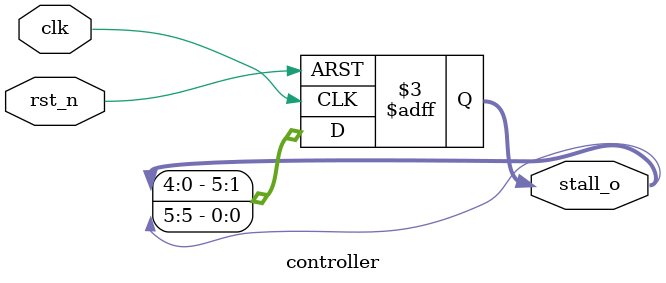
<source format=v>
module controller (
    input               clk     ,
    input               rst_n   ,

    output reg [5:0]    stall_o
);

    always @(posedge clk or negedge rst_n) begin
        if (!rst_n)
            stall_o     <=  6'b111110;
        else 
            stall_o     <=  {stall_o[4:0], stall_o[5]};
    end
    
endmodule
</source>
